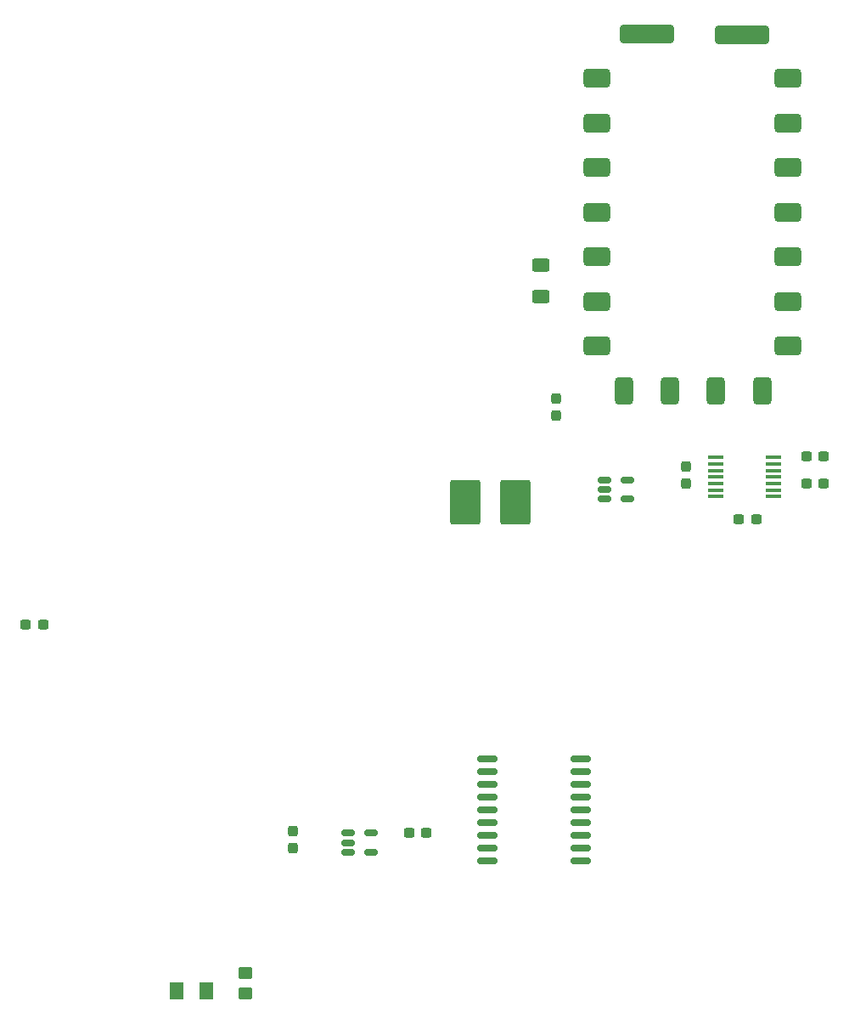
<source format=gtp>
%TF.GenerationSoftware,KiCad,Pcbnew,8.0.4*%
%TF.CreationDate,2025-02-09T10:04:46+05:30*%
%TF.ProjectId,CAR PCB,43415220-5043-4422-9e6b-696361645f70,rev?*%
%TF.SameCoordinates,Original*%
%TF.FileFunction,Paste,Top*%
%TF.FilePolarity,Positive*%
%FSLAX46Y46*%
G04 Gerber Fmt 4.6, Leading zero omitted, Abs format (unit mm)*
G04 Created by KiCad (PCBNEW 8.0.4) date 2025-02-09 10:04:46*
%MOMM*%
%LPD*%
G01*
G04 APERTURE LIST*
G04 Aperture macros list*
%AMRoundRect*
0 Rectangle with rounded corners*
0 $1 Rounding radius*
0 $2 $3 $4 $5 $6 $7 $8 $9 X,Y pos of 4 corners*
0 Add a 4 corners polygon primitive as box body*
4,1,4,$2,$3,$4,$5,$6,$7,$8,$9,$2,$3,0*
0 Add four circle primitives for the rounded corners*
1,1,$1+$1,$2,$3*
1,1,$1+$1,$4,$5*
1,1,$1+$1,$6,$7*
1,1,$1+$1,$8,$9*
0 Add four rect primitives between the rounded corners*
20,1,$1+$1,$2,$3,$4,$5,0*
20,1,$1+$1,$4,$5,$6,$7,0*
20,1,$1+$1,$6,$7,$8,$9,0*
20,1,$1+$1,$8,$9,$2,$3,0*%
G04 Aperture macros list end*
%ADD10RoundRect,0.150000X-0.512500X-0.150000X0.512500X-0.150000X0.512500X0.150000X-0.512500X0.150000X0*%
%ADD11RoundRect,0.237500X-0.300000X-0.237500X0.300000X-0.237500X0.300000X0.237500X-0.300000X0.237500X0*%
%ADD12RoundRect,0.237500X0.300000X0.237500X-0.300000X0.237500X-0.300000X-0.237500X0.300000X-0.237500X0*%
%ADD13RoundRect,0.475000X2.275000X0.475000X-2.275000X0.475000X-2.275000X-0.475000X2.275000X-0.475000X0*%
%ADD14RoundRect,0.475000X0.900000X0.475000X-0.900000X0.475000X-0.900000X-0.475000X0.900000X-0.475000X0*%
%ADD15RoundRect,0.475000X-0.475000X0.900000X-0.475000X-0.900000X0.475000X-0.900000X0.475000X0.900000X0*%
%ADD16RoundRect,0.237500X0.237500X-0.300000X0.237500X0.300000X-0.237500X0.300000X-0.237500X-0.300000X0*%
%ADD17RoundRect,0.250000X-0.450000X0.350000X-0.450000X-0.350000X0.450000X-0.350000X0.450000X0.350000X0*%
%ADD18RoundRect,0.051250X-0.733750X-0.153750X0.733750X-0.153750X0.733750X0.153750X-0.733750X0.153750X0*%
%ADD19RoundRect,0.250001X-0.462499X-0.624999X0.462499X-0.624999X0.462499X0.624999X-0.462499X0.624999X0*%
%ADD20RoundRect,0.250001X-1.262499X-1.974999X1.262499X-1.974999X1.262499X1.974999X-1.262499X1.974999X0*%
%ADD21RoundRect,0.237500X-0.237500X0.300000X-0.237500X-0.300000X0.237500X-0.300000X0.237500X0.300000X0*%
%ADD22RoundRect,0.250000X0.625000X-0.400000X0.625000X0.400000X-0.625000X0.400000X-0.625000X-0.400000X0*%
%ADD23RoundRect,0.150000X-0.875000X-0.150000X0.875000X-0.150000X0.875000X0.150000X-0.875000X0.150000X0*%
G04 APERTURE END LIST*
D10*
%TO.C,U202*%
X173874000Y-104018000D03*
X173874000Y-104968000D03*
X173874000Y-105918000D03*
X176149000Y-105918000D03*
X176149000Y-104018000D03*
%TD*%
D11*
%TO.C,C101*%
X154331500Y-139192000D03*
X156056500Y-139192000D03*
%TD*%
D12*
%TO.C,C206*%
X195680500Y-104394000D03*
X193955500Y-104394000D03*
%TD*%
D13*
%TO.C,U201*%
X187551000Y-59661000D03*
X178061000Y-59571000D03*
D14*
X173101000Y-64021000D03*
X173101000Y-68471000D03*
X173101000Y-72921000D03*
X173101000Y-77371000D03*
X173101000Y-81821000D03*
X173101000Y-86271000D03*
X173101000Y-90721000D03*
D15*
X175761000Y-95171000D03*
X180361000Y-95171000D03*
X184961000Y-95171000D03*
X189561000Y-95171000D03*
D14*
X192101000Y-90721000D03*
X192101000Y-86271000D03*
X192101000Y-81821000D03*
X192101000Y-77371000D03*
X192101000Y-72921000D03*
X192101000Y-68471000D03*
X192101000Y-64021000D03*
%TD*%
D16*
%TO.C,C207*%
X181991000Y-104394000D03*
X181991000Y-102669000D03*
%TD*%
D17*
%TO.C,R101*%
X138049000Y-153194000D03*
X138049000Y-155194000D03*
%TD*%
D10*
%TO.C,U102*%
X148292000Y-139225000D03*
X148292000Y-140175000D03*
X148292000Y-141125000D03*
X150567000Y-141125000D03*
X150567000Y-139225000D03*
%TD*%
D11*
%TO.C,C401*%
X116104500Y-118491000D03*
X117829500Y-118491000D03*
%TD*%
D18*
%TO.C,U204*%
X184963000Y-101802000D03*
X184963000Y-102452000D03*
X184963000Y-103102000D03*
X184963000Y-103752000D03*
X184963000Y-104402000D03*
X184963000Y-105052000D03*
X184963000Y-105702000D03*
X190703000Y-105702000D03*
X190703000Y-105052000D03*
X190703000Y-104402000D03*
X190703000Y-103752000D03*
X190703000Y-103102000D03*
X190703000Y-102452000D03*
X190703000Y-101802000D03*
%TD*%
D19*
%TO.C,D101*%
X131191000Y-154940000D03*
X134166000Y-154940000D03*
%TD*%
D11*
%TO.C,C202*%
X187224500Y-107943000D03*
X188949500Y-107943000D03*
%TD*%
D20*
%TO.C,R701*%
X159920500Y-106299000D03*
X164945500Y-106299000D03*
%TD*%
D21*
%TO.C,C203*%
X169037000Y-95911500D03*
X169037000Y-97636500D03*
%TD*%
D12*
%TO.C,C201*%
X195680500Y-101720000D03*
X193955500Y-101720000D03*
%TD*%
D22*
%TO.C,R201*%
X167513000Y-85744000D03*
X167513000Y-82644000D03*
%TD*%
D23*
%TO.C,U701*%
X162150000Y-131826000D03*
X162150000Y-133096000D03*
X162150000Y-134366000D03*
X162150000Y-135636000D03*
X162150000Y-136906000D03*
X162150000Y-138176000D03*
X162150000Y-139446000D03*
X162150000Y-140716000D03*
X162150000Y-141986000D03*
X171450000Y-141986000D03*
X171450000Y-140716000D03*
X171450000Y-139446000D03*
X171450000Y-138176000D03*
X171450000Y-136906000D03*
X171450000Y-135636000D03*
X171450000Y-134366000D03*
X171450000Y-133096000D03*
X171450000Y-131826000D03*
%TD*%
D21*
%TO.C,C102*%
X142748000Y-138991000D03*
X142748000Y-140716000D03*
%TD*%
M02*

</source>
